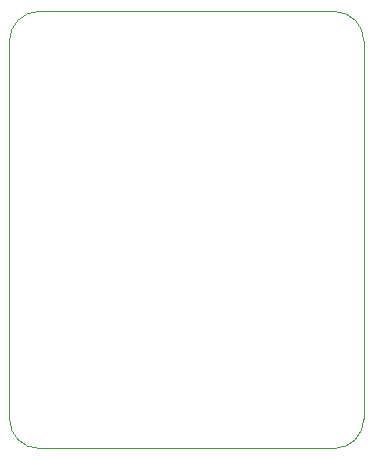
<source format=gbr>
%TF.GenerationSoftware,KiCad,Pcbnew,7.0.5-1.fc38*%
%TF.CreationDate,2023-06-22T15:58:46+02:00*%
%TF.ProjectId,tr_switch,74725f73-7769-4746-9368-2e6b69636164,1*%
%TF.SameCoordinates,Original*%
%TF.FileFunction,Profile,NP*%
%FSLAX46Y46*%
G04 Gerber Fmt 4.6, Leading zero omitted, Abs format (unit mm)*
G04 Created by KiCad (PCBNEW 7.0.5-1.fc38) date 2023-06-22 15:58:46*
%MOMM*%
%LPD*%
G01*
G04 APERTURE LIST*
%TA.AperFunction,Profile*%
%ADD10C,0.100000*%
%TD*%
G04 APERTURE END LIST*
D10*
X30000000Y-2500000D02*
G75*
G03*
X27500000Y0I-2500000J0D01*
G01*
X2500000Y0D02*
G75*
G03*
X0Y-2500000I0J-2500000D01*
G01*
X27500000Y-37000000D02*
G75*
G03*
X30000000Y-34500000I0J2500000D01*
G01*
X0Y-34500000D02*
G75*
G03*
X2500000Y-37000000I2500000J0D01*
G01*
X2500000Y0D02*
X27500000Y0D01*
X0Y-34500000D02*
X0Y-2500000D01*
X27500000Y-37000000D02*
X2500000Y-37000000D01*
X30000000Y-2500000D02*
X30000000Y-34500000D01*
M02*

</source>
